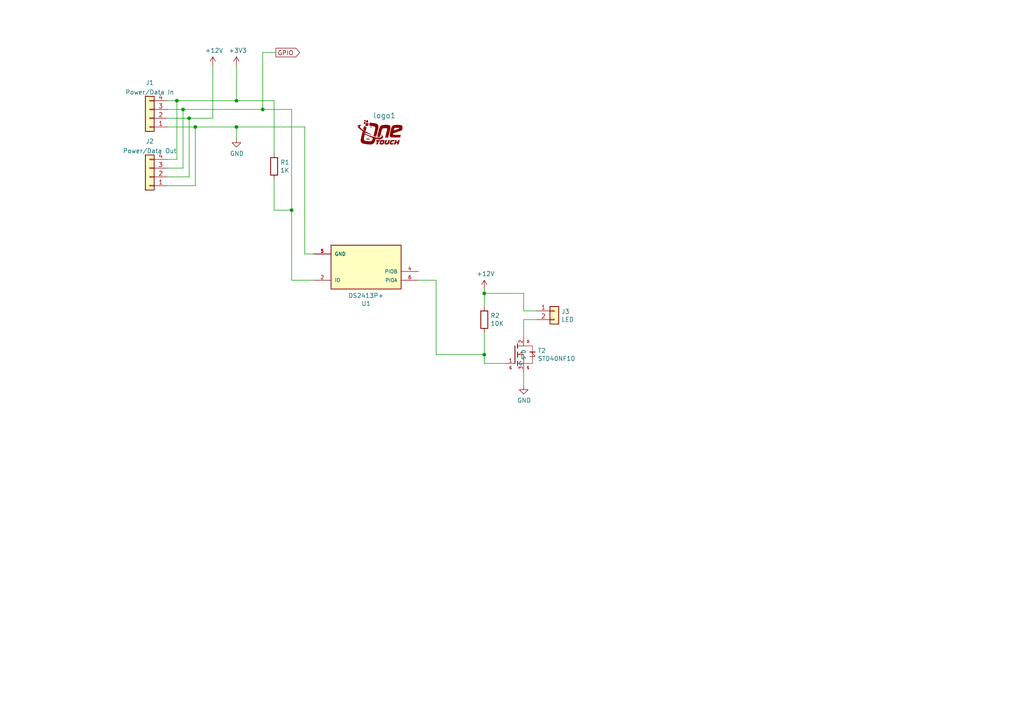
<source format=kicad_sch>
(kicad_sch (version 20211123) (generator eeschema)
  (paper "A4")
  (title_block (title "Driveway light, 1-wire, dual output") (date "2021-04-10") (rev "1.1") (company "OneTouch Mobile"))
  (lib_symbols
    (symbol "Connector_Generic:Conn_01x02" (pin_names (offset 1.016) hide)
      (property "Reference" "J" (at 0 2.54 0))
      (property "Value" "Conn_01x02" (at 0 -5.08 0))
      (symbol "Conn_01x02_1_1"
        (rectangle (start -1.27 -2.413) (end 0 -2.667) (stroke (width 0.1524)))
        (rectangle (start -1.27 0.127) (end 0 -0.127) (stroke (width 0.1524)))
        (rectangle (start -1.27 1.27) (end 1.27 -3.81) (stroke (width 0.254)) (fill (type background)))
        (pin passive line (at -5.08 0 0) (length 3.81) (name "Pin_1") (number "1"))
        (pin passive line (at -5.08 -2.54 0) (length 3.81) (name "Pin_2") (number "2"))
      )
    )
    (symbol "Connector_Generic:Conn_01x04" (pin_names (offset 1.016) hide)
      (property "Reference" "J" (at 0 5.08 0))
      (property "Value" "Conn_01x04" (at 0 -7.62 0))
      (symbol "Conn_01x04_1_1"
        (rectangle (start -1.27 -4.953) (end 0 -5.207) (stroke (width 0.1524)))
        (rectangle (start -1.27 -2.413) (end 0 -2.667) (stroke (width 0.1524)))
        (rectangle (start -1.27 0.127) (end 0 -0.127) (stroke (width 0.1524)))
        (rectangle (start -1.27 2.667) (end 0 2.413) (stroke (width 0.1524)))
        (rectangle (start -1.27 3.81) (end 1.27 -6.35) (stroke (width 0.254)) (fill (type background)))
        (pin passive line (at -5.08 2.54 0) (length 3.81) (name "Pin_1") (number "1"))
        (pin passive line (at -5.08 0 0) (length 3.81) (name "Pin_2") (number "2"))
        (pin passive line (at -5.08 -2.54 0) (length 3.81) (name "Pin_3") (number "3"))
        (pin passive line (at -5.08 -5.08 0) (length 3.81) (name "Pin_4") (number "4"))
      )
    )
    (symbol "DS2413P_:DS2413P+" (pin_names (offset 1.016))
      (property "Reference" "U" (at -10.16 7.62 0))
      (property "Value" "DS2413P__DS2413P+" (at -10.16 -12.7 0))
      (symbol "DS2413P+_0_0"
        (rectangle (start -10.16 -7.62) (end 10.16 5.08) (stroke (width 0.254)) (fill (type background)))
        (pin power_in line (at 15.24 -5.08 180) (length 5.08) (name "GND") (number "1"))
        (pin bidirectional line (at 15.24 2.54 180) (length 5.08) (name "IO") (number "2"))
        (pin bidirectional line (at -15.24 0 0) (length 5.08) (name "PIOB") (number "4"))
        (pin power_in line (at 15.24 -5.08 180) (length 5.08) (name "GND") (number "5"))
        (pin bidirectional line (at -15.24 2.54 0) (length 5.08) (name "PIOA") (number "6"))
      )
    )
    (symbol "Device:R" (pin_numbers hide) (pin_names (offset 0))
      (property "Reference" "R" (at 2.032 0 90))
      (property "Value" "R" (at 0 0 90))
      (symbol "R_0_1"
        (rectangle (start -1.016 -2.54) (end 1.016 2.54) (stroke (width 0.254)))
      )
      (symbol "R_1_1"
        (pin passive line (at 0 3.81 270) (length 1.27) (name "~") (number "1"))
        (pin passive line (at 0 -3.81 90) (length 1.27) (name "~") (number "2"))
      )
    )
    (symbol "STD40NF10:STD40NF10" (pin_names (offset 1.016))
      (property "Reference" "T" (at -11.43 2.54 0))
      (property "Value" "STD40NF10_STD40NF10" (at -11.43 0 0))
      (symbol "STD40NF10_0_0"
        (polyline (pts (xy 0 2.54) (xy 0 -2.54)) (stroke (width 0.254)))
        (polyline (pts (xy 0.762 -2.54) (xy 0.762 -3.175)) (stroke (width 0.254)))
        (polyline (pts (xy 0.762 -1.905) (xy 0.762 -2.54)) (stroke (width 0.254)))
        (polyline (pts (xy 0.762 0) (xy 0.762 -0.762)) (stroke (width 0.254)))
        (polyline (pts (xy 0.762 0) (xy 2.54 0)) (stroke (width 0.1524)))
        (polyline (pts (xy 0.762 0.762) (xy 0.762 0)) (stroke (width 0.254)))
        (polyline (pts (xy 0.762 2.54) (xy 0.762 1.905)) (stroke (width 0.254)))
        (polyline (pts (xy 0.762 2.54) (xy 2.54 2.54)) (stroke (width 0.1524)))
        (polyline (pts (xy 0.762 3.175) (xy 0.762 2.54)) (stroke (width 0.254)))
        (polyline (pts (xy 2.54 -2.54) (xy 0.762 -2.54)) (stroke (width 0.1524)))
        (polyline (pts (xy 2.54 -2.54) (xy 5.08 -2.54)) (stroke (width 0.127)))
        (polyline (pts (xy 2.54 0) (xy 2.54 -2.54)) (stroke (width 0.1524)))
        (polyline (pts (xy 5.08 -2.54) (xy 5.08 -1.016)) (stroke (width 0.127)))
        (polyline (pts (xy 5.08 0.762) (xy 4.318 0.762)) (stroke (width 0.254)))
        (polyline (pts (xy 5.08 0.762) (xy 5.08 -1.016)) (stroke (width 0.1524)))
        (polyline (pts (xy 5.08 1.016) (xy 5.08 2.54)) (stroke (width 0.127)))
        (polyline (pts (xy 5.08 2.54) (xy 2.54 2.54)) (stroke (width 0.127)))
        (polyline (pts (xy 5.842 0.762) (xy 5.08 0.762)) (stroke (width 0.254)))
        (polyline (pts (xy 1.016 0) (xy 2.032 0.762) (xy 2.032 -0.762)) (stroke (width 0.1524)) (fill (type background)))
        (polyline (pts (xy 5.08 0.508) (xy 5.842 -0.508) (xy 4.318 -0.508)) (stroke (width 0.1524)) (fill (type background)))
        (text "D" (at 3.81 3.81 0) (effects (font (size 0.7112 0.7112))))
        (text "G" (at -1.27 -3.81 0) (effects (font (size 0.7112 0.7112))))
        (text "S" (at 3.81 -3.81 0) (effects (font (size 0.7112 0.7112))))
        (pin passive line (at -2.54 -2.54 0) (length 2.54) (name "G") (number "1"))
        (pin passive line (at 2.54 5.08 270) (length 2.54) (name "D") (number "2"))
        (pin passive line (at 2.54 -5.08 90) (length 2.54) (name "S") (number "3"))
      )
    )
    (symbol "onetouchlogo:LOGO" (pin_names (offset 1.016))
      (symbol "LOGO_0_0"
        (polyline (pts (xy -2.3876 1.7526) (xy -2.4384 1.778) (xy -2.6416 1.8034) (xy -2.667 1.8034) (xy -2.8194 1.8288) (xy -2.8702 1.778) (xy -2.7686 1.7526) (xy -2.6162 1.7272) (xy -2.4384 1.7272) (xy -2.3876 1.7526)) (stroke (width 0.0254)) (fill (type outline)))
        (polyline (pts (xy -4.3688 2.7686) (xy -4.318 2.8956) (xy -4.2926 2.9718) (xy -4.2672 3.1242) (xy -4.3434 3.175) (xy -4.4704 3.175) (xy -4.5974 3.1496) (xy -4.6736 3.0988) (xy -4.699 2.9464) (xy -4.699 2.8194) (xy -4.6482 2.7432) (xy -4.5212 2.7432) (xy -4.3688 2.7686)) (stroke (width 0.0254)) (fill (type outline)))
        (polyline (pts (xy -3.048 -1.8034) (xy -2.9972 -1.778) (xy -3.0734 -1.7272) (xy -3.2258 -1.7018) (xy -3.6322 -1.651) (xy -3.7846 -1.651) (xy -3.8862 -1.6764) (xy -3.937 -1.7018) (xy -3.8862 -1.778) (xy -3.7592 -1.8034) (xy -3.6068 -1.8288) (xy -3.2004 -1.8288) (xy -3.048 -1.8034)) (stroke (width 0.0254)) (fill (type outline)))
        (polyline (pts (xy -4.318 3.4544) (xy -4.2164 3.4798) (xy -4.191 3.6068) (xy -4.2164 3.6322) (xy -4.2418 3.7338) (xy -4.3688 3.7592) (xy -4.4704 3.7338) (xy -4.5212 3.7084) (xy -4.5212 3.6576) (xy -4.572 3.5306) (xy -4.572 3.5052) (xy -4.5466 3.4544) (xy -4.3942 3.429) (xy -4.318 3.4544)) (stroke (width 0.0254)) (fill (type outline)))
        (polyline (pts (xy -3.5814 3.1496) (xy -3.5306 3.2512) (xy -3.5052 3.429) (xy -3.5052 3.4544) (xy -3.4798 3.6068) (xy -3.556 3.6576) (xy -3.683 3.683) (xy -3.7846 3.683) (xy -3.9116 3.6576) (xy -3.9878 3.556) (xy -4.0386 3.3528) (xy -4.0894 3.1242) (xy -3.683 3.1242) (xy -3.5814 3.1496)) (stroke (width 0.0254)) (fill (type outline)))
        (polyline (pts (xy -3.5814 2.1336) (xy -3.5052 2.2098) (xy -3.4544 2.3368) (xy -3.4036 2.5654) (xy -3.3528 2.8702) (xy -3.937 2.8702) (xy -4.0894 2.8448) (xy -4.1402 2.8194) (xy -4.1402 2.794) (xy -4.1656 2.667) (xy -4.191 2.4892) (xy -4.2164 2.413) (xy -4.2418 2.2352) (xy -4.2164 2.159) (xy -4.191 2.1336) (xy -4.064 2.1082) (xy -3.7084 2.1082) (xy -3.5814 2.1336)) (stroke (width 0.0254)) (fill (type outline)))
        (polyline (pts (xy -4.191 0.762) (xy -4.1402 0.9144) (xy -4.1402 0.9652) (xy -4.064 1.1938) (xy -4.0132 1.397) (xy -3.9624 1.5748) (xy -3.9624 1.6764) (xy -4.0132 1.7272) (xy -4.1656 1.7526) (xy -4.3434 1.8288) (xy -4.4958 1.9304) (xy -4.5466 1.9558) (xy -4.572 2.0066) (xy -4.6228 1.9558) (xy -4.6736 1.8542) (xy -4.7752 1.397) (xy -4.826 1.2192) (xy -4.826 1.0668) (xy -4.7244 0.9652) (xy -4.572 0.8382) (xy -4.4704 0.762) (xy -4.318 0.6858) (xy -4.2418 0.6604) (xy -4.191 0.762)) (stroke (width 0.0254)) (fill (type outline)))
        (polyline (pts (xy -0.8128 -3.2766) (xy -0.7366 -3.2512) (xy -0.6858 -3.1242) (xy -0.6096 -2.921) (xy -0.5588 -2.7686) (xy -0.508 -2.5654) (xy -0.4826 -2.4384) (xy -0.4318 -2.3876) (xy -0.2794 -2.3368) (xy -0.2032 -2.3368) (xy -0.0508 -2.2352) (xy 0 -2.0828) (xy -0.0254 -2.0574) (xy -0.1016 -2.032) (xy -0.7874 -2.032) (xy -0.9652 -2.0574) (xy -1.0668 -2.0828) (xy -1.1176 -2.1336) (xy -1.143 -2.1844) (xy -1.143 -2.2352) (xy -1.1176 -2.3114) (xy -0.9906 -2.3368) (xy -0.9398 -2.3368) (xy -0.8636 -2.3622) (xy -0.8382 -2.413) (xy -0.8636 -2.54) (xy -0.9398 -2.7432) (xy -0.9652 -2.8702) (xy -1.016 -3.048) (xy -1.016 -3.175) (xy -0.9906 -3.2512) (xy -0.8636 -3.302) (xy -0.8128 -3.2766)) (stroke (width 0.0254)) (fill (type outline)))
        (polyline (pts (xy 3.7338 -3.2512) (xy 3.81 -3.2004) (xy 3.8608 -3.1242) (xy 3.8608 -3.0988) (xy 3.8862 -3.0226) (xy 3.8608 -2.9972) (xy 3.7592 -2.9718) (xy 3.1496 -2.9718) (xy 3.2004 -2.794) (xy 3.2512 -2.6416) (xy 3.302 -2.4638) (xy 3.3782 -2.3876) (xy 3.5052 -2.3368) (xy 3.9116 -2.3368) (xy 4.064 -2.3114) (xy 4.1148 -2.286) (xy 4.1148 -2.2352) (xy 4.1656 -2.1082) (xy 4.1656 -2.0574) (xy 4.0894 -2.032) (xy 3.4544 -2.032) (xy 3.2258 -2.0828) (xy 3.0734 -2.1844) (xy 2.9718 -2.3622) (xy 2.8702 -2.6416) (xy 2.8702 -2.7178) (xy 2.8194 -2.921) (xy 2.8194 -3.0734) (xy 2.8702 -3.175) (xy 2.9972 -3.2258) (xy 3.0734 -3.2512) (xy 3.2512 -3.2766) (xy 3.556 -3.2766) (xy 3.7338 -3.2512)) (stroke (width 0.0254)) (fill (type outline)))
        (polyline (pts (xy 2.286 -3.2004) (xy 2.3622 -3.175) (xy 2.4384 -3.1242) (xy 2.5146 -3.0226) (xy 2.5654 -2.8702) (xy 2.6416 -2.6162) (xy 2.667 -2.54) (xy 2.7178 -2.3114) (xy 2.7686 -2.1336) (xy 2.794 -2.0574) (xy 2.7432 -2.032) (xy 2.6162 -2.032) (xy 2.5146 -2.0574) (xy 2.4384 -2.1082) (xy 2.3876 -2.2352) (xy 2.3368 -2.4384) (xy 2.2606 -2.6416) (xy 2.2098 -2.8194) (xy 2.1844 -2.8956) (xy 2.159 -2.921) (xy 2.032 -2.9718) (xy 1.7526 -2.9718) (xy 1.7018 -2.921) (xy 1.7272 -2.8448) (xy 1.7526 -2.667) (xy 1.8288 -2.4384) (xy 1.9558 -2.032) (xy 1.6256 -2.032) (xy 1.5748 -2.1082) (xy 1.4986 -2.286) (xy 1.4986 -2.3368) (xy 1.4224 -2.5654) (xy 1.3716 -2.7686) (xy 1.3462 -2.9718) (xy 1.3716 -3.1242) (xy 1.524 -3.2258) (xy 1.6764 -3.2766) (xy 2.0066 -3.2766) (xy 2.286 -3.2004)) (stroke (width 0.0254)) (fill (type outline)))
        (polyline (pts (xy 0.8382 -3.2004) (xy 0.8636 -3.2004) (xy 0.9652 -3.1242) (xy 1.0414 -3.048) (xy 1.0922 -2.8956) (xy 1.1684 -2.6416) (xy 1.1938 -2.5146) (xy 1.2446 -2.3114) (xy 1.2446 -2.2098) (xy 1.2192 -2.159) (xy 1.1684 -2.1082) (xy 1.1176 -2.0828) (xy 0.9652 -2.032) (xy 0.4826 -2.032) (xy 0.2794 -2.0828) (xy 0.2286 -2.1082) (xy 0.1524 -2.1844) (xy 0.0762 -2.3368) (xy 0 -2.5908) (xy -0.0508 -2.7432) (xy -0.1016 -2.9464) (xy 0.254 -2.9464) (xy 0.2794 -2.8194) (xy 0.3302 -2.667) (xy 0.3556 -2.5654) (xy 0.4064 -2.4384) (xy 0.508 -2.3622) (xy 0.6604 -2.3368) (xy 0.8382 -2.3368) (xy 0.8636 -2.3876) (xy 0.8636 -2.4892) (xy 0.8128 -2.6162) (xy 0.762 -2.8194) (xy 0.635 -2.9464) (xy 0.4572 -2.9718) (xy 0.3048 -2.9718) (xy 0.254 -2.9464) (xy -0.1016 -2.9464) (xy -0.1016 -3.0734) (xy -0.0508 -3.175) (xy 0.0762 -3.2258) (xy 0.254 -3.2766) (xy 0.5334 -3.2766) (xy 0.8382 -3.2004)) (stroke (width 0.0254)) (fill (type outline)))
        (polyline (pts (xy 5.2578 -3.2766) (xy 5.334 -3.175) (xy 5.3848 -3.0226) (xy 5.461 -2.7686) (xy 5.5118 -2.54) (xy 5.588 -2.3114) (xy 5.6134 -2.1336) (xy 5.6388 -2.0574) (xy 5.588 -2.032) (xy 5.4102 -2.032) (xy 5.3086 -2.1082) (xy 5.2324 -2.286) (xy 5.1816 -2.413) (xy 5.08 -2.4892) (xy 4.9022 -2.5146) (xy 4.6736 -2.54) (xy 4.7244 -2.2606) (xy 4.7244 -2.1844) (xy 4.7498 -2.0574) (xy 4.699 -2.032) (xy 4.5212 -2.032) (xy 4.445 -2.0828) (xy 4.3942 -2.159) (xy 4.3434 -2.3368) (xy 4.2672 -2.5908) (xy 4.2418 -2.6924) (xy 4.1656 -2.921) (xy 4.1402 -3.1242) (xy 4.1148 -3.2258) (xy 4.1402 -3.2766) (xy 4.2926 -3.2766) (xy 4.3688 -3.2512) (xy 4.4704 -3.175) (xy 4.5212 -3.0226) (xy 4.5212 -2.9718) (xy 4.572 -2.8448) (xy 4.6482 -2.794) (xy 5.08 -2.794) (xy 5.0292 -3.048) (xy 5.0292 -3.0988) (xy 5.0038 -3.2258) (xy 5.0546 -3.2766) (xy 5.1562 -3.302) (xy 5.2578 -3.2766)) (stroke (width 0.0254)) (fill (type outline)))
        (polyline (pts (xy -2.667 -0.4064) (xy -2.794 -0.3302) (xy -2.9972 -0.2286) (xy -3.2766 -0.0762) (xy -3.6068 0.1016) (xy -4.0894 0.3556) (xy -4.5466 0.6096) (xy -4.9022 0.8382) (xy -5.207 1.0414) (xy -5.4356 1.2192) (xy -5.6388 1.4224) (xy -5.7912 1.6002) (xy -5.9182 1.8288) (xy -5.9182 2.032) (xy -5.7912 2.1844) (xy -5.5626 2.286) (xy -5.461 2.3368) (xy -5.5372 2.3622) (xy -5.715 2.3622) (xy -6.0198 2.3368) (xy -6.2738 2.2606) (xy -6.4008 2.1336) (xy -6.4262 1.9812) (xy -6.35 1.7526) (xy -6.1722 1.4986) (xy -5.8674 1.2192) (xy -5.461 0.9144) (xy -5.3848 0.8636) (xy -5.1816 0.7112) (xy -5.0546 0.6096) (xy -5.0038 0.508) (xy -5.0038 0.4318) (xy -5.0292 0.4064) (xy -5.0038 0.3048) (xy -4.9022 0.2286) (xy -4.7244 0.1524) (xy -4.6228 0.1016) (xy -4.4704 0.0508) (xy -4.3688 0.0254) (xy -4.3434 0.0508) (xy -4.318 0.127) (xy -4.318 0.1778) (xy -4.2672 0.1778) (xy -4.1656 0.1524) (xy -4.0132 0.1016) (xy -3.7592 0) (xy -3.4036 -0.1524) (xy -2.8956 -0.3556) (xy -2.7178 -0.4064) (xy -2.6416 -0.4318) (xy -2.667 -0.4064)) (stroke (width 0.0254)) (fill (type outline)))
        (polyline (pts (xy -1.1684 -0.9652) (xy -1.1176 -0.889) (xy -1.1176 -0.8128) (xy -1.0668 -0.6096) (xy -0.9906 -0.3302) (xy -0.889 0) (xy -0.8128 0.3556) (xy -0.6858 0.8636) (xy -0.5842 1.2954) (xy -0.5334 1.651) (xy -0.5334 1.9304) (xy -0.5588 2.159) (xy -0.635 2.3368) (xy -0.7366 2.4892) (xy -0.762 2.5146) (xy -0.889 2.6162) (xy -1.016 2.6924) (xy -1.1684 2.7432) (xy -1.397 2.794) (xy -1.7272 2.8448) (xy -2.1336 2.8956) (xy -2.3876 2.921) (xy -2.6924 2.9718) (xy -2.8702 2.9972) (xy -2.9972 2.9972) (xy -3.048 2.9718) (xy -3.048 2.8956) (xy -3.0226 2.8702) (xy -3.0226 2.6924) (xy -3.0734 2.5146) (xy -3.0734 2.413) (xy -3.0988 2.2606) (xy -3.0988 2.2098) (xy -3.0734 2.1844) (xy -2.9464 2.1844) (xy -2.7432 2.1336) (xy -2.4892 2.1082) (xy -2.1082 2.0574) (xy -1.8034 2.0066) (xy -1.5748 1.9304) (xy -1.4478 1.8288) (xy -1.3716 1.651) (xy -1.3462 1.4224) (xy -1.397 1.1176) (xy -1.4732 0.7366) (xy -1.6002 0.2286) (xy -1.6764 -0.0508) (xy -1.7526 -0.3556) (xy -1.8034 -0.6096) (xy -1.8288 -0.7874) (xy -1.8288 -0.8636) (xy -1.6002 -0.9398) (xy -1.4478 -0.9652) (xy -1.27 -0.9906) (xy -1.1684 -0.9652)) (stroke (width 0.0254)) (fill (type outline)))
        (polyline (pts (xy 2.6416 0.1016) (xy 2.7178 0.3556) (xy 2.8194 0.8128) (xy 2.8956 1.143) (xy 2.9464 1.4224) (xy 2.9718 1.6256) (xy 2.9718 1.778) (xy 2.9464 1.905) (xy 2.8956 2.0066) (xy 2.8702 2.0828) (xy 2.7432 2.1844) (xy 2.5908 2.2606) (xy 2.3622 2.3368) (xy 2.032 2.3622) (xy 1.6002 2.3622) (xy 1.1176 2.3368) (xy 0.7366 2.286) (xy 0.4318 2.2098) (xy 0.2032 2.0574) (xy 0.0254 1.8542) (xy -0.1016 1.6002) (xy -0.1016 1.5748) (xy -0.1524 1.4478) (xy -0.2286 1.2192) (xy -0.3048 0.9144) (xy -0.381 0.5842) (xy -0.4826 0.2286) (xy -0.5588 -0.127) (xy -0.6604 -0.4318) (xy -0.7112 -0.7112) (xy -0.762 -0.9144) (xy -0.762 -0.9906) (xy -0.7366 -1.0414) (xy -0.6096 -1.0668) (xy -0.0254 -1.0668) (xy 0.2032 -0.1016) (xy 0.3048 0.3048) (xy 0.4064 0.6858) (xy 0.508 0.9906) (xy 0.6096 1.1938) (xy 0.7112 1.3208) (xy 0.8382 1.4224) (xy 0.9906 1.4478) (xy 1.2192 1.4732) (xy 1.8288 1.4732) (xy 1.9812 1.4478) (xy 2.0574 1.3716) (xy 2.0828 1.2446) (xy 2.0828 1.0668) (xy 2.032 0.8128) (xy 1.9558 0.4572) (xy 1.8288 -0.0254) (xy 1.524 -1.27) (xy 2.3114 -1.27) (xy 2.6416 0.1016)) (stroke (width 0.0254)) (fill (type outline)))
        (polyline (pts (xy 5.7912 -1.2192) (xy 5.842 -1.0668) (xy 5.8674 -0.9398) (xy 5.9182 -0.7366) (xy 5.969 -0.5588) (xy 4.2926 -0.5588) (xy 4.0386 -0.5334) (xy 3.8354 -0.4826) (xy 3.7338 -0.4318) (xy 3.683 -0.3556) (xy 3.683 -0.1524) (xy 3.7338 -0.1016) (xy 3.8354 -0.0508) (xy 4.0132 0.0254) (xy 4.2418 0.127) (xy 4.572 0.2286) (xy 5.0038 0.381) (xy 6.3246 0.8382) (xy 6.4008 1.1684) (xy 6.4008 1.2446) (xy 6.477 1.6002) (xy 6.4516 1.8796) (xy 6.3754 2.0828) (xy 6.223 2.2098) (xy 5.969 2.3114) (xy 5.588 2.3368) (xy 5.1054 2.3622) (xy 4.9022 2.3622) (xy 4.5212 2.3368) (xy 4.2164 2.3114) (xy 3.9878 2.2606) (xy 3.81 2.159) (xy 3.6322 2.032) (xy 3.4544 1.8542) (xy 3.4036 1.7272) (xy 3.3274 1.5494) (xy 3.2512 1.3208) (xy 3.1496 0.8636) (xy 3.9116 0.8636) (xy 3.9624 1.0414) (xy 4.0132 1.1938) (xy 4.0894 1.3716) (xy 4.191 1.4986) (xy 4.3688 1.5748) (xy 4.6228 1.6002) (xy 4.9784 1.5748) (xy 5.2832 1.5748) (xy 5.461 1.5494) (xy 5.5626 1.524) (xy 5.6134 1.4986) (xy 5.6388 1.4224) (xy 5.6388 1.397) (xy 5.588 1.3462) (xy 5.5118 1.2954) (xy 5.3594 1.2192) (xy 5.1308 1.1176) (xy 4.8006 1.016) (xy 4.699 0.9652) (xy 4.1656 0.7874) (xy 3.9878 0.7366) (xy 3.9116 0.7112) (xy 3.9116 0.8636) (xy 3.1496 0.8636) (xy 3.0734 0.6096) (xy 2.9718 0.1778) (xy 2.8956 -0.2286) (xy 2.8448 -0.5334) (xy 2.8702 -0.762) (xy 2.921 -0.9398) (xy 2.9972 -1.0668) (xy 3.1496 -1.1684) (xy 3.2258 -1.1938) (xy 3.3274 -1.2192) (xy 3.5052 -1.2192) (xy 3.7592 -1.2446) (xy 4.5466 -1.2446) (xy 5.7912 -1.2192)) (stroke (width 0.0254)) (fill (type outline)))
        (polyline (pts (xy -2.3876 -3.2004) (xy -2.3622 -3.2004) (xy -2.1336 -3.0988) (xy -1.9304 -2.9718) (xy -1.778 -2.7686) (xy -1.6256 -2.4892) (xy -1.4732 -2.1336) (xy -1.3208 -1.651) (xy -1.2446 -1.6256) (xy -1.1176 -1.6256) (xy -0.8636 -1.6764) (xy -0.6858 -1.7018) (xy -0.3048 -1.7526) (xy 0.0508 -1.7272) (xy 0.3302 -1.6764) (xy 0.5588 -1.6002) (xy 0.7366 -1.397) (xy 0.8128 -1.1684) (xy 0.762 -0.889) (xy 0.5842 -0.635) (xy 0.4318 -0.4572) (xy 0.508 -0.6604) (xy 0.5334 -0.7112) (xy 0.5588 -0.889) (xy 0.508 -1.016) (xy 0.508 -1.0414) (xy 0.3302 -1.2192) (xy 0.0508 -1.3208) (xy -0.3048 -1.3716) (xy -0.7366 -1.3716) (xy -1.27 -1.2954) (xy -1.8288 -1.143) (xy -2.4638 -0.9652) (xy -3.1496 -0.7112) (xy -3.8862 -0.4064) (xy -4.6482 -0.0508) (xy -4.7244 0) (xy -4.953 0.1016) (xy -5.1308 0.2032) (xy -5.2324 0.2286) (xy -5.1054 0.1016) (xy -5.3594 -0.889) (xy -5.461 -1.3208) (xy -5.5372 -1.7272) (xy -5.5372 -1.7526) (xy -4.7752 -1.7526) (xy -4.7752 -1.7018) (xy -4.7498 -1.5494) (xy -4.699 -1.3208) (xy -4.6482 -1.0668) (xy -4.572 -0.8128) (xy -4.5212 -0.5842) (xy -4.4704 -0.4064) (xy -4.445 -0.3302) (xy -4.4196 -0.3302) (xy -4.3434 -0.3556) (xy -4.1656 -0.4318) (xy -3.9116 -0.5334) (xy -3.6322 -0.6858) (xy -3.6068 -0.6858) (xy -2.9464 -0.9906) (xy -2.6416 -1.1176) (xy -2.4384 -1.1938) (xy -2.3368 -1.2446) (xy -2.159 -1.3208) (xy -2.0828 -1.3716) (xy -2.0574 -1.4478) (xy -2.0574 -1.5494) (xy -2.0828 -1.6256) (xy -2.159 -1.905) (xy -2.3114 -2.1336) (xy -2.4638 -2.3114) (xy -2.6924 -2.3876) (xy -3.048 -2.4384) (xy -3.5052 -2.3876) (xy -3.7084 -2.3622) (xy -3.9878 -2.3368) (xy -4.191 -2.3114) (xy -4.2926 -2.286) (xy -4.5466 -2.159) (xy -4.7244 -1.9812) (xy -4.7752 -1.7526) (xy -5.5372 -1.7526) (xy -5.588 -2.032) (xy -5.5626 -2.286) (xy -5.5118 -2.4892) (xy -5.4356 -2.6416) (xy -5.1816 -2.8956) (xy -4.9784 -2.9718) (xy -4.7498 -3.048) (xy -4.3942 -3.0988) (xy -3.9624 -3.1496) (xy -3.7338 -3.2004) (xy -3.3782 -3.2258) (xy -3.0988 -3.2512) (xy -2.8956 -3.2766) (xy -2.7686 -3.2766) (xy -2.3876 -3.2004)) (stroke (width 0.0254)) (fill (type outline)))
      )
    )
    (symbol "power:+12V" (power) (pin_names (offset 0))
      (property "Value" "+12V" (at 0 3.556 0))
      (symbol "+12V_0_1"
        (polyline (pts (xy -0.762 1.27) (xy 0 2.54)))
        (polyline (pts (xy 0 0) (xy 0 2.54)))
        (polyline (pts (xy 0 2.54) (xy 0.762 1.27)))
      )
      (symbol "+12V_1_1"
        (pin power_in line (at 0 0 90) (length 0) hide (name "+12V") (number "1"))
      )
    )
    (symbol "power:+3.3V" (power) (pin_names (offset 0))
      (property "Value" "+3.3V" (at 0 3.556 0))
      (symbol "+3.3V_0_1"
        (polyline (pts (xy -0.762 1.27) (xy 0 2.54)))
        (polyline (pts (xy 0 0) (xy 0 2.54)))
        (polyline (pts (xy 0 2.54) (xy 0.762 1.27)))
      )
      (symbol "+3.3V_1_1"
        (pin power_in line (at 0 0 90) (length 0) hide (name "+3V3") (number "1"))
      )
    )
    (symbol "power:GND" (power) (pin_names (offset 0))
      (property "Value" "GND" (at 0 -3.81 0))
      (symbol "GND_0_1"
        (polyline (pts (xy 0 0) (xy 0 -1.27) (xy 1.27 -1.27) (xy 0 -2.54) (xy -1.27 -1.27) (xy 0 -1.27)))
      )
      (symbol "GND_1_1"
        (pin power_in line (at 0 0 270) (length 0) hide (name "GND") (number "1"))
      )
    )
  )
  (junction (at 51.308 29.21))
  (junction (at 56.642 36.83))
  (junction (at 84.582 60.96))
  (junction (at 53.086 31.75))
  (junction (at 54.864 34.29))
  (junction (at 140.462 102.87))
  (junction (at 68.58 29.21))
  (junction (at 76.2 31.75))
  (junction (at 68.58 36.83))
  (junction (at 140.462 85.09))
  (wire (pts (xy 68.58 36.83) (xy 68.58 40.132)))
  (wire (pts (xy 140.462 85.09) (xy 151.892 85.09)))
  (wire (pts (xy 48.514 53.848) (xy 56.642 53.848)))
  (wire (pts (xy 51.308 29.21) (xy 51.308 46.228)))
  (wire (pts (xy 76.2 31.75) (xy 84.582 31.75)))
  (wire (pts (xy 140.462 88.9) (xy 140.462 85.09)))
  (wire (pts (xy 140.462 96.52) (xy 140.462 102.87)))
  (wire (pts (xy 48.514 51.308) (xy 54.864 51.308)))
  (wire (pts (xy 68.58 19.05) (xy 68.58 29.21)))
  (wire (pts (xy 48.514 31.75) (xy 53.086 31.75)))
  (wire (pts (xy 53.086 31.75) (xy 76.2 31.75)))
  (wire (pts (xy 48.514 34.29) (xy 54.864 34.29)))
  (wire (pts (xy 151.892 111.76) (xy 151.892 107.95)))
  (wire (pts (xy 56.642 53.848) (xy 56.642 36.83)))
  (wire (pts (xy 48.514 48.768) (xy 53.086 48.768)))
  (wire (pts (xy 140.462 105.41) (xy 146.812 105.41)))
  (wire (pts (xy 61.722 19.05) (xy 61.722 34.29)))
  (wire (pts (xy 121.412 81.28) (xy 126.492 81.28)))
  (wire (pts (xy 88.392 36.83) (xy 88.392 73.66)))
  (wire (pts (xy 80.01 15.24) (xy 76.2 15.24)))
  (wire (pts (xy 79.502 52.07) (xy 79.502 60.96)))
  (wire (pts (xy 56.642 36.83) (xy 68.58 36.83)))
  (wire (pts (xy 51.308 29.21) (xy 68.58 29.21)))
  (wire (pts (xy 79.502 60.96) (xy 84.582 60.96)))
  (wire (pts (xy 84.582 60.96) (xy 84.582 31.75)))
  (wire (pts (xy 151.892 92.71) (xy 151.892 97.79)))
  (wire (pts (xy 48.514 36.83) (xy 56.642 36.83)))
  (wire (pts (xy 54.864 51.308) (xy 54.864 34.29)))
  (wire (pts (xy 48.514 29.21) (xy 51.308 29.21)))
  (wire (pts (xy 90.932 81.28) (xy 84.582 81.28)))
  (wire (pts (xy 84.582 81.28) (xy 84.582 60.96)))
  (wire (pts (xy 126.492 81.28) (xy 126.492 102.87)))
  (wire (pts (xy 76.2 15.24) (xy 76.2 31.75)))
  (wire (pts (xy 90.932 73.66) (xy 88.392 73.66)))
  (wire (pts (xy 48.514 46.228) (xy 51.308 46.228)))
  (wire (pts (xy 54.864 34.29) (xy 61.722 34.29)))
  (wire (pts (xy 155.702 90.17) (xy 151.892 90.17)))
  (wire (pts (xy 79.502 44.45) (xy 79.502 29.21)))
  (wire (pts (xy 68.58 36.83) (xy 88.392 36.83)))
  (wire (pts (xy 126.492 102.87) (xy 140.462 102.87)))
  (wire (pts (xy 68.58 29.21) (xy 79.502 29.21)))
  (wire (pts (xy 155.702 92.71) (xy 151.892 92.71)))
  (wire (pts (xy 140.462 85.09) (xy 140.462 83.82)))
  (wire (pts (xy 53.086 48.768) (xy 53.086 31.75)))
  (wire (pts (xy 140.462 102.87) (xy 140.462 105.41)))
  (wire (pts (xy 151.892 85.09) (xy 151.892 90.17)))
  (global_label "GPIO" (shape output) (at 80.01 15.24 0) (property "Intersheet References" "${INTERSHEET_REFS}" (effects hide)))
  (symbol (lib_id "DS2413P_:DS2413P+") (at 106.172 78.74 180) (unit 1)
    (property "Reference" "U1" (at 106.172 88.0618 0))
    (property "Value" "DS2413P+" (at 106.172 85.7504 0))
    (property "Footprint" "DS2413P_:SOIC127P429X150-N" (effects hide))
    (property "Datasheet" "http://www.farnell.com/datasheets/1911564.pdf" (effects hide))
  )
  (symbol (lib_id "Device:R") (at 79.502 48.26 0) (unit 1)
    (property "Reference" "R1" (at 81.28 47.0916 0) (effects (justify left)))
    (property "Value" "1K" (at 81.28 49.403 0) (effects (justify left)))
    (property "Footprint" "Resistor_SMD:R_1206_3216Metric" (effects hide))
  )
  (symbol (lib_id "power:+3.3V") (at 68.58 19.05 0) (unit 1)
    (property "Reference" "#PWR02" (effects hide))
    (property "Value" "+3.3V" (at 68.961 14.6558 0))
  )
  (symbol (lib_id "power:GND") (at 68.58 40.132 0) (unit 1)
    (property "Reference" "#PWR01" (effects hide))
    (property "Value" "GND" (at 68.707 44.5262 0))
  )
  (symbol (lib_id "Device:R") (at 140.462 92.71 0) (unit 1)
    (property "Reference" "R2" (at 142.24 91.5416 0) (effects (justify left)))
    (property "Value" "10K" (at 142.24 93.853 0) (effects (justify left)))
    (property "Footprint" "Resistor_SMD:R_1206_3216Metric" (effects hide))
  )
  (symbol (lib_id "power:+12V") (at 140.462 83.82 0) (unit 1)
    (property "Reference" "#PWR03" (effects hide))
    (property "Value" "+12V" (at 140.843 79.4258 0))
  )
  (symbol (lib_id "power:+12V") (at 61.722 19.05 0) (unit 1)
    (property "Reference" "#PWR0101" (effects hide))
    (property "Value" "+12V" (at 62.103 14.6558 0))
  )
  (symbol (lib_id "Connector_Generic:Conn_01x02") (at 160.782 90.17 0) (unit 1)
    (property "Reference" "J3" (at 162.814 90.3732 0) (effects (justify left)))
    (property "Value" "LED" (at 162.814 92.6846 0) (effects (justify left)))
    (property "Footprint" "Connector_JST:JST_EH_S2B-EH_1x02_P2.50mm_Horizontal" (effects hide))
  )
  (symbol (lib_id "power:GND") (at 151.892 111.76 0) (unit 1)
    (property "Reference" "#PWR04" (effects hide))
    (property "Value" "GND" (at 152.019 116.1542 0))
  )
  (symbol (lib_id "STD40NF10:STD40NF10") (at 149.352 102.87 0) (unit 1)
    (property "Reference" "T2" (at 155.956 101.7016 0) (effects (justify left)))
    (property "Value" "STD40NF10" (at 155.956 104.013 0) (effects (justify left)))
    (property "Footprint" "STD40NF10:D_PAK" (effects hide))
    (property "Datasheet" "https://ie.farnell.com/stmicroelectronics/std40nf03lt4/mosfet-n-ch-30v-40a-dpak/dp/1752039?ost=std40nf03l&iscrfnonsku=false" (effects hide))
  )
  (symbol (lib_id "onetouchlogo:LOGO") (at 110.236 38.608 0) (unit 1)
    (property "Reference" "logo1" (at 111.506 33.528 0) (effects (font (size 1.524 1.524))))
    (property "Value" "LOGO" (effects hide))
    (property "Footprint" "logo:onetouchlogo" (effects hide))
  )
  (symbol (lib_id "Connector_Generic:Conn_01x04") (at 43.434 51.308 180) (unit 1)
    (property "Reference" "J2" (at 43.434 40.9915 0))
    (property "Value" "Power/Data Out" (at 43.434 43.7666 0))
  )
  (symbol (lib_id "Connector_Generic:Conn_01x04") (at 43.434 34.29 180) (unit 1)
    (property "Reference" "J1" (at 43.434 23.9735 0))
    (property "Value" "Power/Data In" (at 43.434 26.7486 0))
  )
)
</source>
